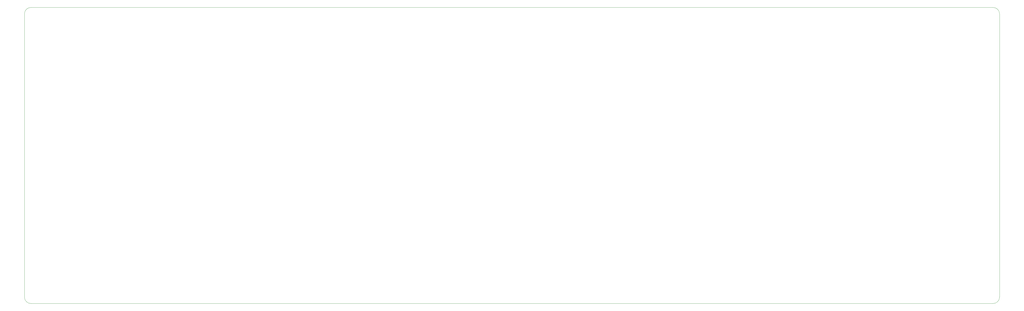
<source format=gm1>
G04*
G04 #@! TF.GenerationSoftware,Altium Limited,CircuitMaker,2.2.1 (2.2.1.6)*
G04*
G04 Layer_Color=16740166*
%FSLAX25Y25*%
%MOIN*%
G70*
G04*
G04 #@! TF.SameCoordinates,51275918-D11F-4CD5-9039-D10E8471D0EB*
G04*
G04*
G04 #@! TF.FilePolarity,Positive*
G04*
G01*
G75*
%ADD104C,0.00197*%
D104*
X100000Y110000D02*
G03*
X110000Y100000I10000J0D01*
G01*
Y556693D02*
G03*
X100000Y546693I0J-10000D01*
G01*
X1603937D02*
G03*
X1593937Y556693I-10000J0D01*
G01*
Y100000D02*
G03*
X1603937Y110000I0J10000D01*
G01*
X296850Y100000D02*
X1593937D01*
X110000D02*
X296850D01*
X100000Y110000D02*
Y546693D01*
X110000Y556693D02*
X1593937D01*
X1603937Y110000D02*
Y546693D01*
M02*

</source>
